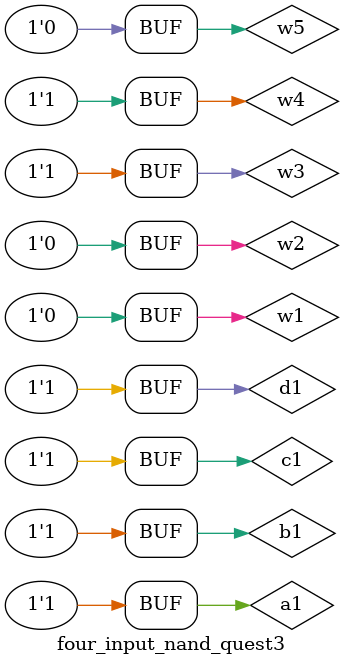
<source format=v>
module four_input_nand_quest3;

reg a1;
 reg b1;
reg c1;
reg d1;
wire w5;


wire w1;
wire w2;
wire w3;
wire w4;


nand(w1 , b1, a1);

nand(w2, d1, c1);

nand(w3, w1, w1);

nand (w4 , w2, w2);

nand (w5 , w4, w3);

initial begin 
a1 = 1'b0; b1 =1'b0; c1= 1'b0; d1 = 1'b0; #20
a1 = 1'b0; b1 =1'b0; c1= 1'b0; d1 = 1'b1; #20
a1 = 1'b0; b1 =1'b0; c1= 1'b1; d1 = 1'b0; #20
a1 = 1'b0; b1 =1'b0; c1= 1'b1; d1 = 1'b1; #20
a1 = 1'b0; b1 =1'b1; c1= 1'b0; d1 = 1'b0; #20
a1 = 1'b0; b1 =1'b1; c1= 1'b0; d1 = 1'b1; #20
a1 = 1'b0; b1 =1'b1; c1= 1'b1; d1 = 1'b0; #20
a1 = 1'b0; b1 =1'b1; c1= 1'b1; d1 = 1'b1; #20
a1 = 1'b1; b1 =1'b0; c1= 1'b0; d1 = 1'b0; #20
a1 = 1'b1; b1 =1'b0; c1= 1'b0; d1 = 1'b1; #20
a1 = 1'b1; b1 =1'b0; c1= 1'b1; d1 = 1'b0; #20
a1 = 1'b1; b1 =1'b0; c1= 1'b1; d1 = 1'b1; #20
a1 = 1'b1; b1 =1'b1; c1= 1'b0; d1 = 1'b0; #20
a1 = 1'b1; b1 =1'b1; c1= 1'b0; d1 = 1'b1; #20
a1 = 1'b1; b1 =1'b1; c1= 1'b1; d1 = 1'b0; #20
a1 = 1'b1; b1 =1'b1; c1= 1'b1; d1 = 1'b1; 

end 
endmodule 

</source>
